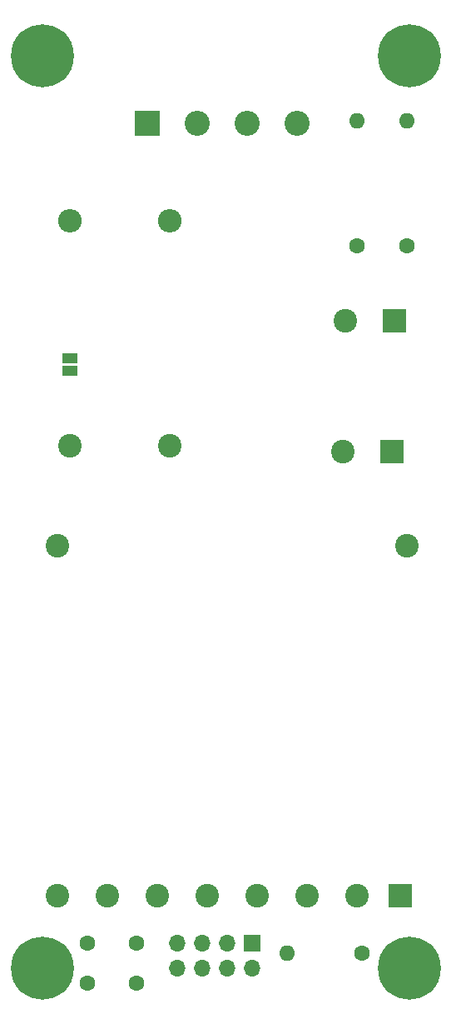
<source format=gbr>
G04 #@! TF.GenerationSoftware,KiCad,Pcbnew,7.0.5*
G04 #@! TF.CreationDate,2023-06-17T17:36:06-07:00*
G04 #@! TF.ProjectId,pbx_ring_gen,7062785f-7269-46e6-975f-67656e2e6b69,2*
G04 #@! TF.SameCoordinates,Original*
G04 #@! TF.FileFunction,Soldermask,Bot*
G04 #@! TF.FilePolarity,Negative*
%FSLAX46Y46*%
G04 Gerber Fmt 4.6, Leading zero omitted, Abs format (unit mm)*
G04 Created by KiCad (PCBNEW 7.0.5) date 2023-06-17 17:36:06*
%MOMM*%
%LPD*%
G01*
G04 APERTURE LIST*
%ADD10C,2.400000*%
%ADD11R,2.400000X2.400000*%
%ADD12R,1.500000X1.000000*%
%ADD13R,2.550000X2.550000*%
%ADD14C,2.550000*%
%ADD15C,6.400000*%
%ADD16C,1.600000*%
%ADD17O,1.600000X1.600000*%
%ADD18R,1.700000X1.700000*%
%ADD19O,1.700000X1.700000*%
%ADD20O,2.400000X2.400000*%
G04 APERTURE END LIST*
D10*
X172720000Y-96520000D03*
X137160000Y-96520000D03*
X137160000Y-132080000D03*
X142240000Y-132080000D03*
X147320000Y-132080000D03*
X152400000Y-132080000D03*
X157480000Y-132080000D03*
X162560000Y-132080000D03*
X167640000Y-132080000D03*
D11*
X172085000Y-132080000D03*
D12*
X138430000Y-78740000D03*
X138430000Y-77440000D03*
D11*
X171233959Y-86995000D03*
D10*
X166233959Y-86995000D03*
D13*
X146304000Y-53575500D03*
D14*
X151384000Y-53575500D03*
X156464000Y-53575500D03*
X161544000Y-53575500D03*
D15*
X135636000Y-139446000D03*
D16*
X172720000Y-66040000D03*
D17*
X172720000Y-53340000D03*
D16*
X167640000Y-66040000D03*
D17*
X167640000Y-53340000D03*
D15*
X172974000Y-46736000D03*
D11*
X171450000Y-73660000D03*
D10*
X166450000Y-73660000D03*
D18*
X156972000Y-136906000D03*
D19*
X156972000Y-139446000D03*
X154432000Y-136906000D03*
X154432000Y-139446000D03*
X151892000Y-136906000D03*
X151892000Y-139446000D03*
X149352000Y-136906000D03*
X149352000Y-139446000D03*
D16*
X168148000Y-137922000D03*
D17*
X160528000Y-137922000D03*
D15*
X135636000Y-46736000D03*
D10*
X138430000Y-86360000D03*
D20*
X138430000Y-63500000D03*
D16*
X140248000Y-136906000D03*
X145248000Y-136906000D03*
D15*
X172974000Y-139446000D03*
D10*
X148590000Y-86360000D03*
D20*
X148590000Y-63500000D03*
D16*
X140248000Y-140970000D03*
X145248000Y-140970000D03*
M02*

</source>
